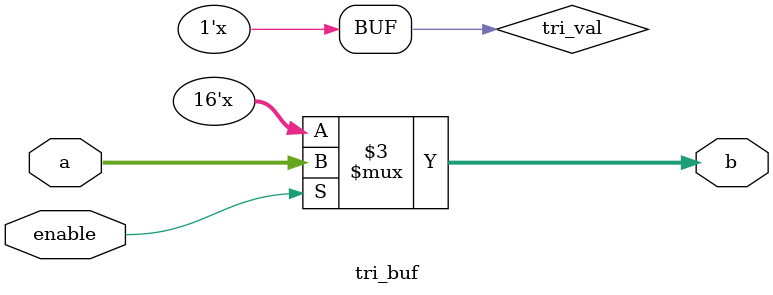
<source format=v>
module tri_buf (a,b,enable);
	input [15:0] a;
	output reg[15:0] b;
	input enable;

	parameter num_bits = 16;
	wire tri_val;
	assign tri_val = 1'bz;

	always @ (enable or a or tri_val) begin
		if (enable) begin
			b = a;
		end else begin
			b = {num_bits{tri_val}};
		end
	end
	
endmodule

</source>
